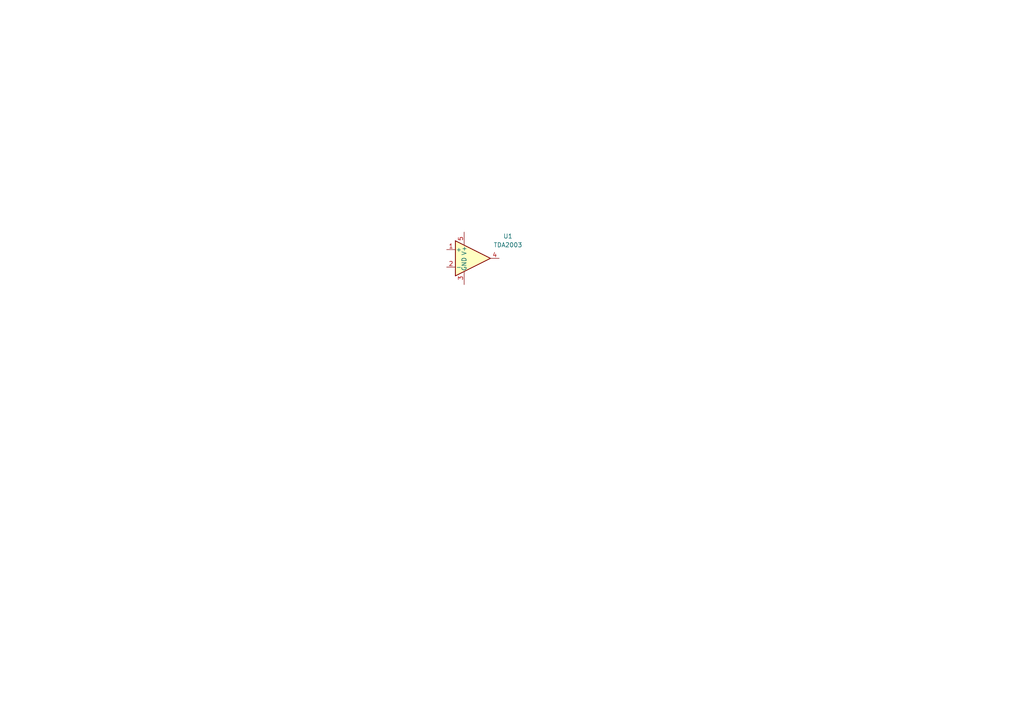
<source format=kicad_sch>
(kicad_sch
	(version 20250114)
	(generator "eeschema")
	(generator_version "9.0")
	(uuid "427146b1-12f8-4598-a2de-3f1b154d227a")
	(paper "A4")
	(lib_symbols
		(symbol "Amplifier_Audio:TDA2003"
			(pin_names
				(offset 0.127)
			)
			(exclude_from_sim no)
			(in_bom yes)
			(on_board yes)
			(property "Reference" "U"
				(at 3.81 6.35 0)
				(effects
					(font
						(size 1.27 1.27)
					)
				)
			)
			(property "Value" "TDA2003"
				(at 3.81 3.81 0)
				(effects
					(font
						(size 1.27 1.27)
					)
				)
			)
			(property "Footprint" "Package_TO_SOT_THT:TO-220-5_P3.4x3.7mm_StaggerOdd_Lead3.8mm_Vertical"
				(at 0 0 0)
				(effects
					(font
						(size 1.27 1.27)
						(italic yes)
					)
					(hide yes)
				)
			)
			(property "Datasheet" "http://www.st.com/resource/en/datasheet/cd00000123.pdf"
				(at 0 0 0)
				(effects
					(font
						(size 1.27 1.27)
					)
					(hide yes)
				)
			)
			(property "Description" "10W Car Radio Audio Amplifier, TO-220-5"
				(at 0 0 0)
				(effects
					(font
						(size 1.27 1.27)
					)
					(hide yes)
				)
			)
			(property "ki_keywords" "audio amplifier"
				(at 0 0 0)
				(effects
					(font
						(size 1.27 1.27)
					)
					(hide yes)
				)
			)
			(property "ki_fp_filters" "TO*220*StaggerOdd*"
				(at 0 0 0)
				(effects
					(font
						(size 1.27 1.27)
					)
					(hide yes)
				)
			)
			(symbol "TDA2003_0_1"
				(polyline
					(pts
						(xy -5.08 5.08) (xy 5.08 0) (xy -5.08 -5.08) (xy -5.08 5.08)
					)
					(stroke
						(width 0.254)
						(type default)
					)
					(fill
						(type background)
					)
				)
			)
			(symbol "TDA2003_1_1"
				(pin input line
					(at -7.62 2.54 0)
					(length 2.54)
					(name "+"
						(effects
							(font
								(size 1.27 1.27)
							)
						)
					)
					(number "1"
						(effects
							(font
								(size 1.27 1.27)
							)
						)
					)
				)
				(pin input line
					(at -7.62 -2.54 0)
					(length 2.54)
					(name "-"
						(effects
							(font
								(size 1.27 1.27)
							)
						)
					)
					(number "2"
						(effects
							(font
								(size 1.27 1.27)
							)
						)
					)
				)
				(pin power_in line
					(at -2.54 7.62 270)
					(length 3.81)
					(name "V+"
						(effects
							(font
								(size 1.27 1.27)
							)
						)
					)
					(number "5"
						(effects
							(font
								(size 1.27 1.27)
							)
						)
					)
				)
				(pin power_in line
					(at -2.54 -7.62 90)
					(length 3.81)
					(name "GND"
						(effects
							(font
								(size 1.27 1.27)
							)
						)
					)
					(number "3"
						(effects
							(font
								(size 1.27 1.27)
							)
						)
					)
				)
				(pin output line
					(at 7.62 0 180)
					(length 2.54)
					(name "~"
						(effects
							(font
								(size 1.27 1.27)
							)
						)
					)
					(number "4"
						(effects
							(font
								(size 1.27 1.27)
							)
						)
					)
				)
			)
			(embedded_fonts no)
		)
	)
	(symbol
		(lib_id "Amplifier_Audio:TDA2003")
		(at 137.16 74.93 0)
		(unit 1)
		(exclude_from_sim no)
		(in_bom yes)
		(on_board yes)
		(dnp no)
		(fields_autoplaced yes)
		(uuid "aade1778-8494-4e1e-9920-8e88405130ac")
		(property "Reference" "U1"
			(at 147.32 68.5098 0)
			(effects
				(font
					(size 1.27 1.27)
				)
			)
		)
		(property "Value" "TDA2003"
			(at 147.32 71.0498 0)
			(effects
				(font
					(size 1.27 1.27)
				)
			)
		)
		(property "Footprint" "Package_TO_SOT_THT:TO-220-5_P3.4x3.7mm_StaggerOdd_Lead3.8mm_Vertical"
			(at 137.16 74.93 0)
			(effects
				(font
					(size 1.27 1.27)
					(italic yes)
				)
				(hide yes)
			)
		)
		(property "Datasheet" "http://www.st.com/resource/en/datasheet/cd00000123.pdf"
			(at 137.16 74.93 0)
			(effects
				(font
					(size 1.27 1.27)
				)
				(hide yes)
			)
		)
		(property "Description" "10W Car Radio Audio Amplifier, TO-220-5"
			(at 137.16 74.93 0)
			(effects
				(font
					(size 1.27 1.27)
				)
				(hide yes)
			)
		)
		(pin "1"
			(uuid "caa140e7-b128-443b-b4e2-91efcd483008")
		)
		(pin "3"
			(uuid "8b0bf5f0-95f1-478f-b539-0bed0747055c")
		)
		(pin "4"
			(uuid "107f21b0-9c3d-45ce-8dd3-ab4b15f07a1e")
		)
		(pin "5"
			(uuid "34672245-87a0-4bb0-ac43-d5c1e82ea34a")
		)
		(pin "2"
			(uuid "59b43abc-2592-4d6f-a654-3293653f33bc")
		)
		(instances
			(project ""
				(path "/427146b1-12f8-4598-a2de-3f1b154d227a"
					(reference "U1")
					(unit 1)
				)
			)
		)
	)
	(sheet_instances
		(path "/"
			(page "1")
		)
	)
	(embedded_fonts no)
)

</source>
